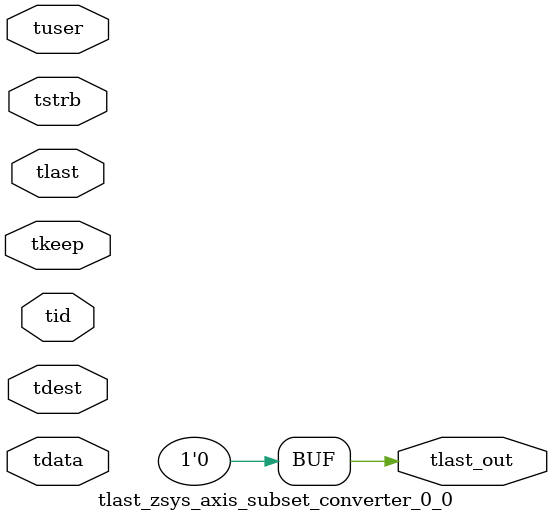
<source format=v>


`timescale 1ps/1ps

module tlast_zsys_axis_subset_converter_0_0 #
(
parameter C_S_AXIS_TID_WIDTH   = 1,
parameter C_S_AXIS_TUSER_WIDTH = 0,
parameter C_S_AXIS_TDATA_WIDTH = 0,
parameter C_S_AXIS_TDEST_WIDTH = 0
)
(
input  [(C_S_AXIS_TID_WIDTH   == 0 ? 1 : C_S_AXIS_TID_WIDTH)-1:0       ] tid,
input  [(C_S_AXIS_TDATA_WIDTH == 0 ? 1 : C_S_AXIS_TDATA_WIDTH)-1:0     ] tdata,
input  [(C_S_AXIS_TUSER_WIDTH == 0 ? 1 : C_S_AXIS_TUSER_WIDTH)-1:0     ] tuser,
input  [(C_S_AXIS_TDEST_WIDTH == 0 ? 1 : C_S_AXIS_TDEST_WIDTH)-1:0     ] tdest,
input  [(C_S_AXIS_TDATA_WIDTH/8)-1:0 ] tkeep,
input  [(C_S_AXIS_TDATA_WIDTH/8)-1:0 ] tstrb,
input  [0:0]                                                             tlast,
output                                                                   tlast_out
);

assign tlast_out = {1'b0};

endmodule


</source>
